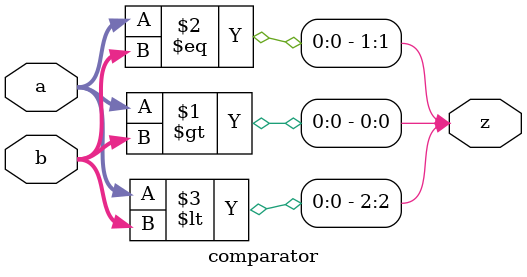
<source format=v>
`timescale 1ns / 1ps


module comparator(z,a,b);
  output[2:0]z;
  input[3:0]a,b;

  assign z[0]=a>b;
  assign z[1]=a==b;
  assign z[2]=a<b;
  
endmodule
</source>
